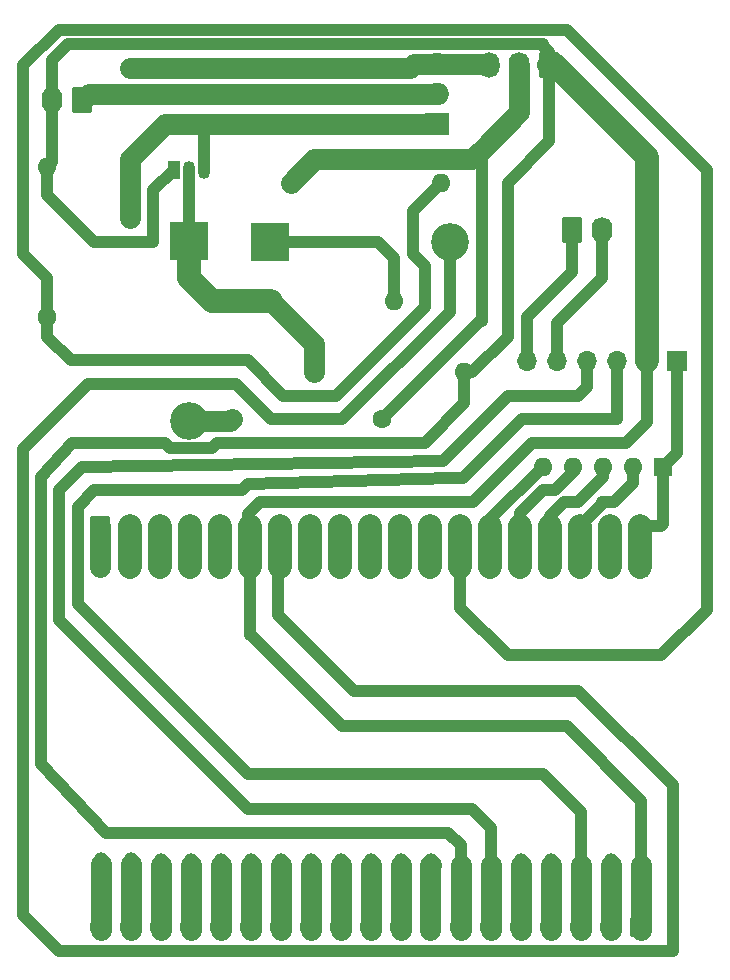
<source format=gbr>
%TF.GenerationSoftware,KiCad,Pcbnew,8.0.8-8.0.8-0~ubuntu22.04.1*%
%TF.CreationDate,2025-01-21T16:49:03+01:00*%
%TF.ProjectId,Power_control,506f7765-725f-4636-9f6e-74726f6c2e6b,rev?*%
%TF.SameCoordinates,Original*%
%TF.FileFunction,Copper,L2,Bot*%
%TF.FilePolarity,Positive*%
%FSLAX46Y46*%
G04 Gerber Fmt 4.6, Leading zero omitted, Abs format (unit mm)*
G04 Created by KiCad (PCBNEW 8.0.8-8.0.8-0~ubuntu22.04.1) date 2025-01-21 16:49:03*
%MOMM*%
%LPD*%
G01*
G04 APERTURE LIST*
G04 Aperture macros list*
%AMRoundRect*
0 Rectangle with rounded corners*
0 $1 Rounding radius*
0 $2 $3 $4 $5 $6 $7 $8 $9 X,Y pos of 4 corners*
0 Add a 4 corners polygon primitive as box body*
4,1,4,$2,$3,$4,$5,$6,$7,$8,$9,$2,$3,0*
0 Add four circle primitives for the rounded corners*
1,1,$1+$1,$2,$3*
1,1,$1+$1,$4,$5*
1,1,$1+$1,$6,$7*
1,1,$1+$1,$8,$9*
0 Add four rect primitives between the rounded corners*
20,1,$1+$1,$2,$3,$4,$5,0*
20,1,$1+$1,$4,$5,$6,$7,0*
20,1,$1+$1,$6,$7,$8,$9,0*
20,1,$1+$1,$8,$9,$2,$3,0*%
G04 Aperture macros list end*
%TA.AperFunction,ComponentPad*%
%ADD10RoundRect,0.250000X-0.620000X-0.845000X0.620000X-0.845000X0.620000X0.845000X-0.620000X0.845000X0*%
%TD*%
%TA.AperFunction,ComponentPad*%
%ADD11O,1.740000X2.190000*%
%TD*%
%TA.AperFunction,ComponentPad*%
%ADD12R,1.050000X1.500000*%
%TD*%
%TA.AperFunction,ComponentPad*%
%ADD13O,1.050000X1.500000*%
%TD*%
%TA.AperFunction,ComponentPad*%
%ADD14C,1.600000*%
%TD*%
%TA.AperFunction,ComponentPad*%
%ADD15O,1.600000X1.600000*%
%TD*%
%TA.AperFunction,ComponentPad*%
%ADD16R,3.200000X3.200000*%
%TD*%
%TA.AperFunction,ComponentPad*%
%ADD17O,3.200000X3.200000*%
%TD*%
%TA.AperFunction,ComponentPad*%
%ADD18R,2.000000X1.905000*%
%TD*%
%TA.AperFunction,ComponentPad*%
%ADD19O,2.000000X1.905000*%
%TD*%
%TA.AperFunction,ComponentPad*%
%ADD20R,1.700000X1.700000*%
%TD*%
%TA.AperFunction,ComponentPad*%
%ADD21O,1.700000X1.700000*%
%TD*%
%TA.AperFunction,ComponentPad*%
%ADD22RoundRect,0.250000X-0.620000X-0.620000X0.620000X-0.620000X0.620000X0.620000X-0.620000X0.620000X0*%
%TD*%
%TA.AperFunction,ComponentPad*%
%ADD23C,1.740000*%
%TD*%
%TA.AperFunction,ComponentPad*%
%ADD24RoundRect,0.250000X0.620000X0.845000X-0.620000X0.845000X-0.620000X-0.845000X0.620000X-0.845000X0*%
%TD*%
%TA.AperFunction,ComponentPad*%
%ADD25R,1.600000X1.600000*%
%TD*%
%TA.AperFunction,ComponentPad*%
%ADD26R,1.200000X2.000000*%
%TD*%
%TA.AperFunction,ComponentPad*%
%ADD27O,1.200000X2.000000*%
%TD*%
%TA.AperFunction,ComponentPad*%
%ADD28RoundRect,0.250000X0.620000X0.620000X-0.620000X0.620000X-0.620000X-0.620000X0.620000X-0.620000X0*%
%TD*%
%TA.AperFunction,Conductor*%
%ADD29C,1.800000*%
%TD*%
%TA.AperFunction,Conductor*%
%ADD30C,2.000000*%
%TD*%
%TA.AperFunction,Conductor*%
%ADD31C,1.000000*%
%TD*%
G04 APERTURE END LIST*
D10*
%TO.P,J4,1,Pin_1*%
%TO.N,Net-(J3-Pin_6)*%
X97460000Y-68000000D03*
D11*
%TO.P,J4,2,Pin_2*%
%TO.N,Net-(J3-Pin_5)*%
X100000000Y-68000000D03*
%TD*%
D12*
%TO.P,Q2,1,E*%
%TO.N,GND*%
X63730000Y-62860000D03*
D13*
%TO.P,Q2,2,B*%
%TO.N,Net-(D1-K)*%
X65000000Y-62860000D03*
%TO.P,Q2,3,C*%
%TO.N,Net-(Q1-G)*%
X66270000Y-62860000D03*
%TD*%
D14*
%TO.P,R3,1*%
%TO.N,/K30*%
X60000000Y-54300000D03*
D15*
%TO.P,R3,2*%
%TO.N,Net-(Q1-G)*%
X60000000Y-67000000D03*
%TD*%
D16*
%TO.P,D1,1,K*%
%TO.N,Net-(D1-K)*%
X65000000Y-68880000D03*
D17*
%TO.P,D1,2,A*%
%TO.N,Net-(D1-A)*%
X65000000Y-84120000D03*
%TD*%
D18*
%TO.P,Q1,1,G*%
%TO.N,Net-(Q1-G)*%
X86000000Y-59000000D03*
D19*
%TO.P,Q1,2,D*%
%TO.N,/12 V out*%
X86000000Y-56460000D03*
%TO.P,Q1,3,S*%
%TO.N,/K30*%
X86000000Y-53920000D03*
%TD*%
D14*
%TO.P,R6,1*%
%TO.N,Net-(D1-K)*%
X69650000Y-74000000D03*
D15*
%TO.P,R6,2*%
%TO.N,Net-(D2-K)*%
X82350000Y-74000000D03*
%TD*%
D20*
%TO.P,J3,1,Pin_1*%
%TO.N,Net-(ESP1-3V3)*%
X106325000Y-79025000D03*
D21*
%TO.P,J3,2,Pin_2*%
%TO.N,GND*%
X103785000Y-79025000D03*
%TO.P,J3,3,Pin_3*%
%TO.N,Net-(ESP1-GPIO22)*%
X101245000Y-79025000D03*
%TO.P,J3,4,Pin_4*%
%TO.N,Net-(ESP1-GPIO21)*%
X98705000Y-79025000D03*
%TO.P,J3,5,Pin_5*%
%TO.N,Net-(J3-Pin_5)*%
X96165000Y-79025000D03*
%TO.P,J3,6,Pin_6*%
%TO.N,Net-(J3-Pin_6)*%
X93625000Y-79025000D03*
%TD*%
D14*
%TO.P,R2,1*%
%TO.N,/K15*%
X73650000Y-64000000D03*
D15*
%TO.P,R2,2*%
%TO.N,/Volt Measurement*%
X86350000Y-64000000D03*
%TD*%
D22*
%TO.P,ESP32_1,1,Pin_1*%
%TO.N,Net-(ESP1-5V)*%
X57500000Y-93000000D03*
D23*
%TO.P,ESP32_1,2,Pin_2*%
%TO.N,Net-(ESP1-CMD)*%
X60040000Y-93000000D03*
%TO.P,ESP32_1,3,Pin_3*%
%TO.N,Net-(ESP1-SD_DATA3{slash}GPIO10)*%
X62580000Y-93000000D03*
%TO.P,ESP32_1,4,Pin_4*%
%TO.N,Net-(ESP1-SD_DATA2{slash}GPIO9)*%
X65120000Y-93000000D03*
%TO.P,ESP32_1,5,Pin_5*%
%TO.N,Net-(ESP1-MTCK{slash}GPIO13{slash}ADC2_CH4)*%
X67660000Y-93000000D03*
%TO.P,ESP32_1,6,Pin_6*%
%TO.N,GND*%
X70200000Y-93000000D03*
%TO.P,ESP32_1,7,Pin_7*%
%TO.N,/Stay On*%
X72740000Y-93000000D03*
%TO.P,ESP32_1,8,Pin_8*%
%TO.N,Net-(ESP1-MTMS{slash}GPIO14{slash}ADC2_CH6)*%
X75280000Y-93000000D03*
%TO.P,ESP32_1,9,Pin_9*%
%TO.N,Net-(ESP1-ADC2_CH7{slash}GPIO27)*%
X77820000Y-93000000D03*
%TO.P,ESP32_1,10,Pin_10*%
%TO.N,Net-(ESP1-DAC_2{slash}ADC2_CH9{slash}GPIO26)*%
X80360000Y-93000000D03*
%TO.P,ESP32_1,11,Pin_11*%
%TO.N,Net-(ESP1-DAC_1{slash}ADC2_CH8{slash}GPIO25)*%
X82900000Y-93000000D03*
%TO.P,ESP32_1,12,Pin_12*%
%TO.N,Net-(ESP1-32K_XN{slash}GPIO33{slash}ADC1_CH5)*%
X85440000Y-93000000D03*
%TO.P,ESP32_1,13,Pin_13*%
%TO.N,/Volt Measurement*%
X87980000Y-93000000D03*
%TO.P,ESP32_1,14,Pin_14*%
%TO.N,Pin 22 (motor cap)*%
X90520000Y-93000000D03*
%TO.P,ESP32_1,15,Pin_15*%
%TO.N,Pin 7 (brake pad)*%
X93060000Y-93000000D03*
%TO.P,ESP32_1,16,Pin_16*%
%TO.N,directly from Oil LED*%
X95600000Y-93000000D03*
%TO.P,ESP32_1,17,Pin_17*%
%TO.N,Green Pin 22 (coolant)*%
X98140000Y-93000000D03*
%TO.P,ESP32_1,18,Pin_18*%
%TO.N,Net-(ESP1-RESET)*%
X100680000Y-93000000D03*
%TO.P,ESP32_1,19,Pin_19*%
%TO.N,Net-(ESP1-3V3)*%
X103220000Y-93000000D03*
%TD*%
D14*
%TO.P,R5,1*%
%TO.N,Net-(D1-K)*%
X75650000Y-80000000D03*
D15*
%TO.P,R5,2*%
%TO.N,GND*%
X88350000Y-80000000D03*
%TD*%
D24*
%TO.P,J5,1,Pin_1*%
%TO.N,/12 V out*%
X56000000Y-57000000D03*
D11*
%TO.P,J5,2,Pin_2*%
%TO.N,GND*%
X53460000Y-57000000D03*
%TD*%
D24*
%TO.P,J2,1,Pin_1*%
%TO.N,GND*%
X95540000Y-54000000D03*
D11*
%TO.P,J2,2,Pin_2*%
%TO.N,/K15*%
X93000000Y-54000000D03*
%TO.P,J2,3,Pin_3*%
%TO.N,/K30*%
X90460000Y-54000000D03*
%TD*%
D25*
%TO.P,RN1,1,common*%
%TO.N,Net-(ESP1-3V3)*%
X105160000Y-88000000D03*
D15*
%TO.P,RN1,2,R1*%
%TO.N,Green Pin 22 (coolant)*%
X102620000Y-88000000D03*
%TO.P,RN1,3,R2*%
%TO.N,directly from Oil LED*%
X100080000Y-88000000D03*
%TO.P,RN1,4,R3*%
%TO.N,Pin 7 (brake pad)*%
X97540000Y-88000000D03*
%TO.P,RN1,5,R4*%
%TO.N,Pin 22 (motor cap)*%
X95000000Y-88000000D03*
%TD*%
D16*
%TO.P,D2,1,K*%
%TO.N,Net-(D2-K)*%
X71880000Y-69000000D03*
D17*
%TO.P,D2,2,A*%
%TO.N,/Stay On*%
X87120000Y-69000000D03*
%TD*%
D14*
%TO.P,R4,1*%
%TO.N,/Volt Measurement*%
X53000000Y-75350000D03*
D15*
%TO.P,R4,2*%
%TO.N,GND*%
X53000000Y-62650000D03*
%TD*%
D26*
%TO.P,ESP1,1,3V3*%
%TO.N,Net-(ESP1-3V3)*%
X103300000Y-96300000D03*
D27*
%TO.P,ESP1,2,RESET*%
%TO.N,Net-(ESP1-RESET)*%
X100760000Y-96300000D03*
%TO.P,ESP1,3,SENSOR_VP/GPIO36/ADC1_CH0*%
%TO.N,Green Pin 22 (coolant)*%
X98220000Y-96300000D03*
%TO.P,ESP1,4,SENSOR_VN/GPIO39/ADC1_CH3*%
%TO.N,directly from Oil LED*%
X95680000Y-96300000D03*
%TO.P,ESP1,5,VDET_1/GPIO34/ADC1_CH6*%
%TO.N,Pin 7 (brake pad)*%
X93140000Y-96300000D03*
%TO.P,ESP1,6,VDET_2/GPIO35/ADC1_CH7*%
%TO.N,Pin 22 (motor cap)*%
X90600000Y-96300000D03*
%TO.P,ESP1,7,32K_XP/GPIO32/ADC1_CH4*%
%TO.N,/Volt Measurement*%
X88060000Y-96300000D03*
%TO.P,ESP1,8,32K_XN/GPIO33/ADC1_CH5*%
%TO.N,Net-(ESP1-32K_XN{slash}GPIO33{slash}ADC1_CH5)*%
X85520000Y-96300000D03*
%TO.P,ESP1,9,DAC_1/ADC2_CH8/GPIO25*%
%TO.N,Net-(ESP1-DAC_1{slash}ADC2_CH8{slash}GPIO25)*%
X82980000Y-96300000D03*
%TO.P,ESP1,10,DAC_2/ADC2_CH9/GPIO26*%
%TO.N,Net-(ESP1-DAC_2{slash}ADC2_CH9{slash}GPIO26)*%
X80440000Y-96300000D03*
%TO.P,ESP1,11,ADC2_CH7/GPIO27*%
%TO.N,Net-(ESP1-ADC2_CH7{slash}GPIO27)*%
X77900000Y-96300000D03*
%TO.P,ESP1,12,MTMS/GPIO14/ADC2_CH6*%
%TO.N,Net-(ESP1-MTMS{slash}GPIO14{slash}ADC2_CH6)*%
X75360000Y-96300000D03*
%TO.P,ESP1,13,MTDI/GPIO12/ADC2_CH5*%
%TO.N,/Stay On*%
X72820000Y-96300000D03*
%TO.P,ESP1,14,GND*%
%TO.N,GND*%
X70280000Y-96300000D03*
%TO.P,ESP1,15,MTCK/GPIO13/ADC2_CH4*%
%TO.N,Net-(ESP1-MTCK{slash}GPIO13{slash}ADC2_CH4)*%
X67740000Y-96300000D03*
%TO.P,ESP1,16,SD_DATA2/GPIO9*%
%TO.N,Net-(ESP1-SD_DATA2{slash}GPIO9)*%
X65200000Y-96300000D03*
%TO.P,ESP1,17,SD_DATA3/GPIO10*%
%TO.N,Net-(ESP1-SD_DATA3{slash}GPIO10)*%
X62660000Y-96300000D03*
%TO.P,ESP1,18,CMD*%
%TO.N,Net-(ESP1-CMD)*%
X60120000Y-96300000D03*
%TO.P,ESP1,19,5V*%
%TO.N,Net-(ESP1-5V)*%
X57580000Y-96300000D03*
%TO.P,ESP1,20,SD_CLK/GPIO6*%
%TO.N,Net-(ESP1-SD_CLK{slash}GPIO6)*%
X57582720Y-121696320D03*
%TO.P,ESP1,21,SD_DATA0/GPIO7*%
%TO.N,Net-(ESP1-SD_DATA0{slash}GPIO7)*%
X60122720Y-121696320D03*
%TO.P,ESP1,22,SD_DATA1/GPIO8*%
%TO.N,Net-(ESP1-SD_DATA1{slash}GPIO8)*%
X62660000Y-121700000D03*
%TO.P,ESP1,23,MTDO/GPIO15/ADC2_CH3*%
%TO.N,Net-(ESP1-MTDO{slash}GPIO15{slash}ADC2_CH3)*%
X65200000Y-121700000D03*
%TO.P,ESP1,24,ADC2_CH2/GPIO2*%
%TO.N,Net-(ESP1-ADC2_CH2{slash}GPIO2)*%
X67740000Y-121700000D03*
%TO.P,ESP1,25,GPIO0/BOOT/ADC2_CH1*%
%TO.N,Net-(ESP1-GPIO0{slash}BOOT{slash}ADC2_CH1)*%
X70280000Y-121700000D03*
%TO.P,ESP1,26,ADC2_CH0/GPIO4*%
%TO.N,Net-(ESP1-ADC2_CH0{slash}GPIO4)*%
X72820000Y-121700000D03*
%TO.P,ESP1,27,GPIO16*%
%TO.N,Net-(ESP1-GPIO16)*%
X75360000Y-121700000D03*
%TO.P,ESP1,28,GPIO17*%
%TO.N,Net-(ESP1-GPIO17)*%
X77900000Y-121700000D03*
%TO.P,ESP1,29,GPIO5*%
%TO.N,Net-(ESP1-GPIO5)*%
X80440000Y-121700000D03*
%TO.P,ESP1,30,GPIO18*%
%TO.N,Net-(ESP1-GPIO18)*%
X82980000Y-121700000D03*
%TO.P,ESP1,31,GPIO19*%
%TO.N,Net-(ESP1-GPIO19)*%
X85520000Y-121700000D03*
%TO.P,ESP1,32,GND*%
%TO.N,GND*%
X88060000Y-121700000D03*
%TO.P,ESP1,33,GPIO21*%
%TO.N,Net-(ESP1-GPIO21)*%
X90600000Y-121700000D03*
%TO.P,ESP1,34,U0RXD/GPIO3*%
%TO.N,Net-(ESP1-U0RXD{slash}GPIO3)*%
X93140000Y-121700000D03*
%TO.P,ESP1,35,U0TXD/GPIO1*%
%TO.N,Net-(ESP1-U0TXD{slash}GPIO1)*%
X95680000Y-121700000D03*
%TO.P,ESP1,36,GPIO22*%
%TO.N,Net-(ESP1-GPIO22)*%
X98220000Y-121700000D03*
%TO.P,ESP1,37,GPIO23*%
%TO.N,Net-(ESP1-GPIO23)*%
X100760000Y-121700000D03*
%TO.P,ESP1,38,GND*%
%TO.N,GND*%
X103300000Y-121700000D03*
%TD*%
D14*
%TO.P,R1,1*%
%TO.N,/K15*%
X81350000Y-84000000D03*
D15*
%TO.P,R1,2*%
%TO.N,Net-(D1-A)*%
X68650000Y-84000000D03*
%TD*%
D28*
%TO.P,ESP32_2,1,Pin_1*%
%TO.N,GND*%
X103250000Y-127000000D03*
D23*
%TO.P,ESP32_2,2,Pin_2*%
%TO.N,Net-(ESP1-GPIO23)*%
X100710000Y-127000000D03*
%TO.P,ESP32_2,3,Pin_3*%
%TO.N,Net-(ESP1-GPIO22)*%
X98170000Y-127000000D03*
%TO.P,ESP32_2,4,Pin_4*%
%TO.N,Net-(ESP1-U0TXD{slash}GPIO1)*%
X95630000Y-127000000D03*
%TO.P,ESP32_2,5,Pin_5*%
%TO.N,Net-(ESP1-U0RXD{slash}GPIO3)*%
X93090000Y-127000000D03*
%TO.P,ESP32_2,6,Pin_6*%
%TO.N,Net-(ESP1-GPIO21)*%
X90550000Y-127000000D03*
%TO.P,ESP32_2,7,Pin_7*%
%TO.N,GND*%
X88010000Y-127000000D03*
%TO.P,ESP32_2,8,Pin_8*%
%TO.N,Net-(ESP1-GPIO19)*%
X85470000Y-127000000D03*
%TO.P,ESP32_2,9,Pin_9*%
%TO.N,Net-(ESP1-GPIO18)*%
X82930000Y-127000000D03*
%TO.P,ESP32_2,10,Pin_10*%
%TO.N,Net-(ESP1-GPIO5)*%
X80390000Y-127000000D03*
%TO.P,ESP32_2,11,Pin_11*%
%TO.N,Net-(ESP1-GPIO17)*%
X77850000Y-127000000D03*
%TO.P,ESP32_2,12,Pin_12*%
%TO.N,Net-(ESP1-GPIO16)*%
X75310000Y-127000000D03*
%TO.P,ESP32_2,13,Pin_13*%
%TO.N,Net-(ESP1-ADC2_CH0{slash}GPIO4)*%
X72770000Y-127000000D03*
%TO.P,ESP32_2,14,Pin_14*%
%TO.N,Net-(ESP1-GPIO0{slash}BOOT{slash}ADC2_CH1)*%
X70230000Y-127000000D03*
%TO.P,ESP32_2,15,Pin_15*%
%TO.N,Net-(ESP1-ADC2_CH2{slash}GPIO2)*%
X67690000Y-127000000D03*
%TO.P,ESP32_2,16,Pin_16*%
%TO.N,Net-(ESP1-MTDO{slash}GPIO15{slash}ADC2_CH3)*%
X65150000Y-127000000D03*
%TO.P,ESP32_2,17,Pin_17*%
%TO.N,Net-(ESP1-SD_DATA1{slash}GPIO8)*%
X62610000Y-127000000D03*
%TO.P,ESP32_2,18,Pin_18*%
%TO.N,Net-(ESP1-SD_DATA0{slash}GPIO7)*%
X60070000Y-127000000D03*
%TO.P,ESP32_2,19,Pin_19*%
%TO.N,Net-(ESP1-SD_CLK{slash}GPIO6)*%
X57530000Y-127000000D03*
%TD*%
D29*
%TO.N,Net-(D1-A)*%
X68530000Y-84120000D02*
X68650000Y-84000000D01*
X65000000Y-84120000D02*
X68530000Y-84120000D01*
D30*
%TO.N,Net-(D1-K)*%
X72000000Y-74000000D02*
X69650000Y-74000000D01*
D29*
X75650000Y-77650000D02*
X75650000Y-80000000D01*
D31*
X65000000Y-62860000D02*
X65000000Y-67880000D01*
D30*
X67000000Y-74000000D02*
X69650000Y-74000000D01*
X67000000Y-74000000D02*
X65000000Y-72000000D01*
X65000000Y-72000000D02*
X65000000Y-68880000D01*
D29*
X72000000Y-74000000D02*
X75650000Y-77650000D01*
D31*
%TO.N,Net-(D2-K)*%
X82350000Y-74000000D02*
X82350000Y-70350000D01*
X81000000Y-69000000D02*
X71880000Y-69000000D01*
X82350000Y-70350000D02*
X81000000Y-69000000D01*
D29*
%TO.N,Net-(Q1-G)*%
X86000000Y-59000000D02*
X63000000Y-59000000D01*
D31*
X66270000Y-62860000D02*
X66270000Y-59230000D01*
D29*
X63000000Y-59000000D02*
X60000000Y-62000000D01*
X60000000Y-62000000D02*
X60000000Y-67000000D01*
D31*
%TO.N,/Stay On*%
X72000000Y-84000000D02*
X78000000Y-84000000D01*
X79000000Y-107000000D02*
X98000000Y-107000000D01*
X106000000Y-129000000D02*
X54000000Y-129000000D01*
X51000000Y-126000000D02*
X51000000Y-86500000D01*
X106000000Y-115000000D02*
X106000000Y-129000000D01*
X69000000Y-81000000D02*
X72000000Y-84000000D01*
X98000000Y-107000000D02*
X106000000Y-115000000D01*
X51000000Y-86500000D02*
X56500000Y-81000000D01*
X72540000Y-96300000D02*
X72540000Y-100540000D01*
X54000000Y-129000000D02*
X51000000Y-126000000D01*
X56500000Y-81000000D02*
X69000000Y-81000000D01*
X72540000Y-100540000D02*
X79000000Y-107000000D01*
X78000000Y-84000000D02*
X87120000Y-74880000D01*
D30*
X72740000Y-93000000D02*
X72740000Y-96500000D01*
D31*
X87120000Y-74880000D02*
X87120000Y-69000000D01*
D30*
%TO.N,Net-(ESP1-ADC2_CH7{slash}GPIO27)*%
X77820000Y-93000000D02*
X77820000Y-96500000D01*
%TO.N,Net-(ESP1-SD_DATA3{slash}GPIO10)*%
X62580000Y-93000000D02*
X62580000Y-96500000D01*
D29*
%TO.N,Net-(ESP1-MTDO{slash}GPIO15{slash}ADC2_CH3)*%
X65200000Y-121700000D02*
X65200000Y-127200000D01*
X65200000Y-126950000D02*
X65150000Y-127000000D01*
%TO.N,Net-(ESP1-GPIO16)*%
X75360000Y-121700000D02*
X75360000Y-127200000D01*
X75360000Y-126950000D02*
X75310000Y-127000000D01*
D30*
%TO.N,GND*%
X70200000Y-93000000D02*
X70200000Y-96500000D01*
X96000000Y-54000000D02*
X95540000Y-54000000D01*
D31*
X87000000Y-119000000D02*
X88060000Y-120060000D01*
X52500000Y-113200000D02*
X52500000Y-88902944D01*
X95540000Y-60460000D02*
X95540000Y-54000000D01*
X62000000Y-64590000D02*
X63730000Y-62860000D01*
X103300000Y-116300000D02*
X103300000Y-121700000D01*
X95540000Y-54000000D02*
X95540000Y-52905000D01*
X54800000Y-52200000D02*
X94835000Y-52200000D01*
X52500000Y-88902944D02*
X55102944Y-86000000D01*
D29*
X103300000Y-126950000D02*
X103250000Y-127000000D01*
D31*
X85000000Y-86000000D02*
X88350000Y-82650000D01*
X89091168Y-91000000D02*
X71000000Y-91000000D01*
D29*
X88060000Y-121700000D02*
X88060000Y-127200000D01*
D31*
X102000000Y-86000000D02*
X94091168Y-86000000D01*
X92000000Y-64000000D02*
X95540000Y-60460000D01*
X70280000Y-102280000D02*
X78000000Y-110000000D01*
X54800000Y-52200000D02*
X53460000Y-53540000D01*
X53460000Y-62190000D02*
X53000000Y-62650000D01*
X67000000Y-86420000D02*
X67420000Y-86000000D01*
X70200000Y-102280000D02*
X70200000Y-96300000D01*
X103785000Y-79025000D02*
X103785000Y-84215000D01*
X57000000Y-69000000D02*
X53000000Y-65000000D01*
X62000000Y-69000000D02*
X62000000Y-64590000D01*
X55102944Y-86000000D02*
X63000000Y-86000000D01*
X63420000Y-86420000D02*
X67000000Y-86420000D01*
X67420000Y-86000000D02*
X85000000Y-86000000D01*
X71000000Y-91000000D02*
X70000000Y-92000000D01*
X88350000Y-82650000D02*
X88350000Y-80000000D01*
X58000000Y-119000000D02*
X52500000Y-113200000D01*
X94835000Y-52200000D02*
X95000000Y-52200000D01*
X95540000Y-52905000D02*
X94835000Y-52200000D01*
X89000000Y-80000000D02*
X92000000Y-77000000D01*
X88060000Y-120060000D02*
X88060000Y-121700000D01*
X53460000Y-57000000D02*
X53460000Y-62190000D01*
X53000000Y-65000000D02*
X53000000Y-62650000D01*
D29*
X88060000Y-126950000D02*
X88010000Y-127000000D01*
D31*
X78000000Y-110000000D02*
X97000000Y-110000000D01*
X97000000Y-110000000D02*
X103300000Y-116300000D01*
X70000000Y-92800000D02*
X70200000Y-93000000D01*
X70000000Y-92000000D02*
X70000000Y-92800000D01*
D29*
X103300000Y-121700000D02*
X103300000Y-127200000D01*
D31*
X92000000Y-77000000D02*
X92000000Y-64000000D01*
X53460000Y-53540000D02*
X53460000Y-57000000D01*
D30*
X103785000Y-79025000D02*
X103785000Y-61785000D01*
D31*
X103785000Y-84215000D02*
X102000000Y-86000000D01*
X63000000Y-86000000D02*
X63420000Y-86420000D01*
X94091168Y-86000000D02*
X89091168Y-91000000D01*
X87000000Y-119000000D02*
X58000000Y-119000000D01*
D30*
X103785000Y-61785000D02*
X96000000Y-54000000D01*
D31*
X88350000Y-80000000D02*
X89000000Y-80000000D01*
X57000000Y-69000000D02*
X62000000Y-69000000D01*
D29*
%TO.N,Net-(ESP1-GPIO5)*%
X80440000Y-121700000D02*
X80440000Y-127200000D01*
X80440000Y-126950000D02*
X80390000Y-127000000D01*
D30*
%TO.N,Net-(ESP1-SD_DATA2{slash}GPIO9)*%
X65120000Y-93000000D02*
X65120000Y-96500000D01*
D29*
%TO.N,Net-(ESP1-SD_DATA1{slash}GPIO8)*%
X62660000Y-126950000D02*
X62610000Y-127000000D01*
X62660000Y-121700000D02*
X62660000Y-127200000D01*
%TO.N,Net-(ESP1-GPIO17)*%
X77900000Y-121700000D02*
X77900000Y-127200000D01*
X77900000Y-126950000D02*
X77850000Y-127000000D01*
D31*
%TO.N,Pin 22 (motor cap)*%
X95000000Y-88000000D02*
X90520000Y-92480000D01*
D30*
X90520000Y-93000000D02*
X90520000Y-96500000D01*
D31*
X90520000Y-92480000D02*
X90520000Y-93000000D01*
D29*
%TO.N,Net-(ESP1-U0TXD{slash}GPIO1)*%
X95680000Y-126950000D02*
X95630000Y-127000000D01*
X95680000Y-121700000D02*
X95680000Y-127200000D01*
%TO.N,Net-(ESP1-SD_DATA0{slash}GPIO7)*%
X60122720Y-126947280D02*
X60070000Y-127000000D01*
X60122720Y-121696320D02*
X60122720Y-127200000D01*
%TO.N,Net-(ESP1-GPIO18)*%
X82980000Y-126950000D02*
X82930000Y-127000000D01*
X82980000Y-121700000D02*
X82980000Y-127200000D01*
%TO.N,Net-(ESP1-5V)*%
X57500000Y-93000000D02*
X57500000Y-96500000D01*
D30*
%TO.N,Pin 7 (brake pad)*%
X93060000Y-93000000D02*
X93060000Y-96500000D01*
D31*
X97540000Y-88460000D02*
X96000000Y-90000000D01*
X96000000Y-90000000D02*
X95030000Y-90000000D01*
X93060000Y-91970000D02*
X93060000Y-93000000D01*
X97540000Y-88000000D02*
X97540000Y-88460000D01*
X95030000Y-90000000D02*
X93060000Y-91970000D01*
D29*
%TO.N,Net-(ESP1-GPIO0{slash}BOOT{slash}ADC2_CH1)*%
X70280000Y-121700000D02*
X70280000Y-127200000D01*
X70280000Y-126950000D02*
X70230000Y-127000000D01*
D31*
%TO.N,/Volt Measurement*%
X105000000Y-104000000D02*
X108875000Y-100125000D01*
D30*
X87980000Y-93000000D02*
X87980000Y-96500000D01*
D31*
X108875000Y-62937500D02*
X97000000Y-51062500D01*
X77500000Y-82000000D02*
X85000000Y-74500000D01*
X84000000Y-70000000D02*
X84000000Y-66350000D01*
X92000000Y-104000000D02*
X105000000Y-104000000D01*
X53000000Y-77000000D02*
X55000000Y-79000000D01*
X51000000Y-54000000D02*
X51000000Y-70000000D01*
X87980000Y-99980000D02*
X92000000Y-104000000D01*
X97000000Y-51000000D02*
X54000000Y-51000000D01*
X54000000Y-51000000D02*
X51000000Y-54000000D01*
X84000000Y-66350000D02*
X86350000Y-64000000D01*
X73000000Y-82000000D02*
X77500000Y-82000000D01*
X53000000Y-75350000D02*
X53000000Y-72000000D01*
X53000000Y-75350000D02*
X53000000Y-77000000D01*
X70000000Y-79000000D02*
X73000000Y-82000000D01*
X53000000Y-72000000D02*
X51000000Y-70000000D01*
X108875000Y-100125000D02*
X108875000Y-62875000D01*
X87980000Y-99780000D02*
X87980000Y-99980000D01*
X85000000Y-71000000D02*
X84000000Y-70000000D01*
X85000000Y-74500000D02*
X85000000Y-71000000D01*
X55000000Y-79000000D02*
X70000000Y-79000000D01*
X87980000Y-96300000D02*
X87980000Y-99780000D01*
D30*
%TO.N,Net-(ESP1-MTCK{slash}GPIO13{slash}ADC2_CH4)*%
X67660000Y-93000000D02*
X67660000Y-96500000D01*
D29*
%TO.N,Net-(ESP1-ADC2_CH2{slash}GPIO2)*%
X67740000Y-121700000D02*
X67740000Y-127200000D01*
X67740000Y-126950000D02*
X67690000Y-127000000D01*
D30*
%TO.N,Net-(ESP1-DAC_1{slash}ADC2_CH8{slash}GPIO25)*%
X82900000Y-93000000D02*
X82900000Y-96500000D01*
%TO.N,Net-(ESP1-RESET)*%
X100680000Y-93000000D02*
X100680000Y-96500000D01*
D29*
%TO.N,Net-(ESP1-GPIO19)*%
X85440001Y-121779999D02*
X85440001Y-127200000D01*
X85520000Y-121700000D02*
X85440001Y-121779999D01*
%TO.N,Net-(ESP1-SD_CLK{slash}GPIO6)*%
X57582720Y-121696320D02*
X57582720Y-127200000D01*
D30*
%TO.N,Green Pin 22 (coolant)*%
X98140000Y-93000000D02*
X98140000Y-96500000D01*
D31*
X102620000Y-88000000D02*
X102620000Y-89380000D01*
X100000000Y-91000000D02*
X100000000Y-91140000D01*
X102620000Y-89380000D02*
X101000000Y-91000000D01*
X101000000Y-91000000D02*
X100000000Y-91000000D01*
X100000000Y-91140000D02*
X98140000Y-93000000D01*
D30*
%TO.N,directly from Oil LED*%
X95600000Y-93000000D02*
X95600000Y-96500000D01*
D31*
X95600000Y-92200000D02*
X95600000Y-93000000D01*
X96800000Y-91000000D02*
X95600000Y-92200000D01*
X98000000Y-91000000D02*
X96800000Y-91000000D01*
X100080000Y-88920000D02*
X98000000Y-91000000D01*
X100080000Y-88000000D02*
X100080000Y-88920000D01*
D30*
%TO.N,Net-(ESP1-CMD)*%
X60040000Y-93000000D02*
X60040000Y-96500000D01*
%TO.N,Net-(ESP1-MTMS{slash}GPIO14{slash}ADC2_CH6)*%
X75280000Y-93000000D02*
X75280000Y-96500000D01*
D29*
%TO.N,Net-(ESP1-GPIO23)*%
X100760000Y-121700000D02*
X100760000Y-127200000D01*
X100760000Y-126950000D02*
X100710000Y-127000000D01*
D30*
%TO.N,Net-(ESP1-32K_XN{slash}GPIO33{slash}ADC1_CH5)*%
X85440000Y-93000000D02*
X85440000Y-96500000D01*
%TO.N,Net-(ESP1-DAC_2{slash}ADC2_CH9{slash}GPIO26)*%
X80360000Y-93000000D02*
X80360000Y-96500000D01*
D29*
%TO.N,Net-(ESP1-U0RXD{slash}GPIO3)*%
X93140000Y-126950000D02*
X93090000Y-127000000D01*
X93140000Y-121700000D02*
X93140000Y-127200000D01*
%TO.N,Net-(ESP1-ADC2_CH0{slash}GPIO4)*%
X72820000Y-126950000D02*
X72770000Y-127000000D01*
X72820000Y-121700000D02*
X72820000Y-127200000D01*
D31*
%TO.N,Net-(ESP1-3V3)*%
X105160000Y-88000000D02*
X106325000Y-86835000D01*
X106325000Y-86835000D02*
X106325000Y-79025000D01*
X105000000Y-93000000D02*
X105160000Y-92840000D01*
X103220000Y-93000000D02*
X105000000Y-93000000D01*
D30*
X103220000Y-93000000D02*
X103220000Y-96500000D01*
D31*
X105160000Y-92840000D02*
X105160000Y-88000000D01*
%TO.N,Net-(ESP1-GPIO21)*%
X98705000Y-79025000D02*
X98705000Y-81295000D01*
X54000000Y-101000000D02*
X70000000Y-117000000D01*
X90600000Y-118600000D02*
X90600000Y-121700000D01*
D29*
X90600000Y-126950000D02*
X90550000Y-127000000D01*
D31*
X98000000Y-82000000D02*
X92000000Y-82000000D01*
X56000000Y-88000000D02*
X54000000Y-90000000D01*
X70000000Y-117000000D02*
X89000000Y-117000000D01*
X54000000Y-90000000D02*
X54000000Y-101000000D01*
X92000000Y-82000000D02*
X86500000Y-87500000D01*
X89000000Y-117000000D02*
X90600000Y-118600000D01*
X98705000Y-81295000D02*
X98000000Y-82000000D01*
X86500000Y-87500000D02*
X56000000Y-88000000D01*
D29*
X90600000Y-121700000D02*
X90600000Y-127200000D01*
D31*
%TO.N,Net-(ESP1-GPIO22)*%
X88197056Y-89000000D02*
X93197056Y-84000000D01*
X69500000Y-90000000D02*
X70000000Y-89500000D01*
X55600000Y-99600000D02*
X55600000Y-91400000D01*
X101245000Y-83955000D02*
X101245000Y-79025000D01*
X93197056Y-84000000D02*
X101200000Y-84000000D01*
X95000000Y-114000000D02*
X98220000Y-117220000D01*
X95000000Y-114000000D02*
X70000000Y-114000000D01*
X57000000Y-90000000D02*
X69500000Y-90000000D01*
D29*
X98220000Y-121700000D02*
X98220000Y-127200000D01*
X98220000Y-126950000D02*
X98170000Y-127000000D01*
D31*
X101200000Y-84000000D02*
X101245000Y-83955000D01*
X55600000Y-91400000D02*
X57000000Y-90000000D01*
X98220000Y-117220000D02*
X98220000Y-121700000D01*
X87197056Y-89000000D02*
X88197056Y-89000000D01*
X70000000Y-89500000D02*
X87197056Y-89000000D01*
X70000000Y-114000000D02*
X55600000Y-99600000D01*
D29*
%TO.N,/K30*%
X83700000Y-54300000D02*
X60000000Y-54300000D01*
X84080000Y-53920000D02*
X83700000Y-54300000D01*
X86000000Y-53920000D02*
X90380000Y-53920000D01*
X86000000Y-53920000D02*
X84080000Y-53920000D01*
X90380000Y-53920000D02*
X90460000Y-54000000D01*
%TO.N,/K15*%
X93000000Y-58000000D02*
X93000000Y-54000000D01*
X89840000Y-61160000D02*
X89000000Y-62000000D01*
X89000000Y-62000000D02*
X75650000Y-62000000D01*
X75650000Y-62000000D02*
X73650000Y-64000000D01*
D31*
X89840000Y-75660000D02*
X89840000Y-61160000D01*
D29*
X89840000Y-61160000D02*
X93000000Y-58000000D01*
D31*
X89690000Y-75660000D02*
X81350000Y-84000000D01*
%TO.N,Net-(J3-Pin_6)*%
X97460000Y-71540000D02*
X97460000Y-68000000D01*
X93625000Y-79000000D02*
X93625000Y-75375000D01*
X93625000Y-75375000D02*
X97460000Y-71540000D01*
%TO.N,Net-(J3-Pin_5)*%
X96165000Y-75835000D02*
X100000000Y-72000000D01*
X100000000Y-72000000D02*
X100000000Y-68000000D01*
X96165000Y-79000000D02*
X96165000Y-75835000D01*
D29*
%TO.N,/12 V out*%
X86000000Y-56460000D02*
X56540000Y-56460000D01*
X56540000Y-56460000D02*
X56000000Y-57000000D01*
%TD*%
M02*

</source>
